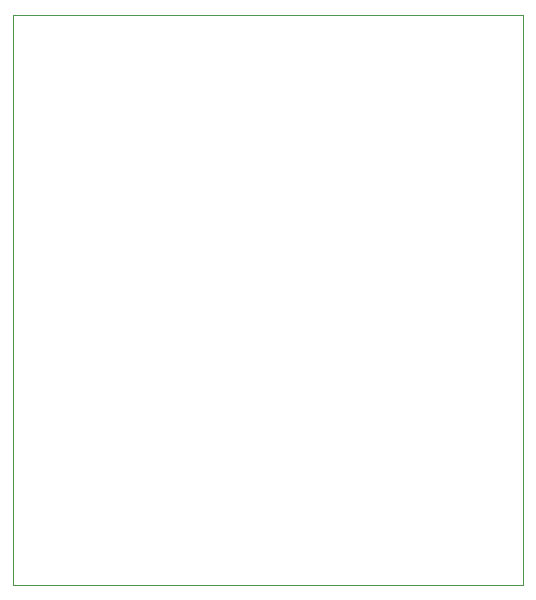
<source format=gm1>
G04 #@! TF.GenerationSoftware,KiCad,Pcbnew,(6.0.5)*
G04 #@! TF.CreationDate,2022-06-17T10:27:33-05:00*
G04 #@! TF.ProjectId,model_cell,6d6f6465-6c5f-4636-956c-6c2e6b696361,rev?*
G04 #@! TF.SameCoordinates,Original*
G04 #@! TF.FileFunction,Profile,NP*
%FSLAX46Y46*%
G04 Gerber Fmt 4.6, Leading zero omitted, Abs format (unit mm)*
G04 Created by KiCad (PCBNEW (6.0.5)) date 2022-06-17 10:27:33*
%MOMM*%
%LPD*%
G01*
G04 APERTURE LIST*
G04 #@! TA.AperFunction,Profile*
%ADD10C,0.100000*%
G04 #@! TD*
G04 APERTURE END LIST*
D10*
X50800Y47993300D02*
X43180000Y47993300D01*
X50800Y-266700D02*
X43180000Y-266700D01*
X50800Y47993300D02*
X50800Y-266700D01*
X43180000Y-266700D02*
X43180000Y47993300D01*
M02*

</source>
